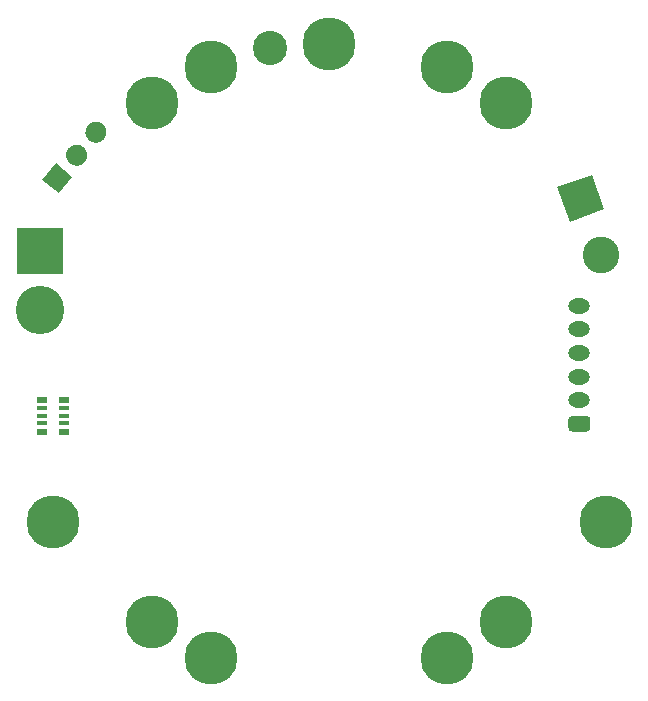
<source format=gbr>
%TF.GenerationSoftware,KiCad,Pcbnew,(5.1.6)-1*%
%TF.CreationDate,2020-12-16T03:52:29+01:00*%
%TF.ProjectId,bms,626d732e-6b69-4636-9164-5f7063625858,rev?*%
%TF.SameCoordinates,Original*%
%TF.FileFunction,Soldermask,Bot*%
%TF.FilePolarity,Negative*%
%FSLAX46Y46*%
G04 Gerber Fmt 4.6, Leading zero omitted, Abs format (unit mm)*
G04 Created by KiCad (PCBNEW (5.1.6)-1) date 2020-12-16 03:52:29*
%MOMM*%
%LPD*%
G01*
G04 APERTURE LIST*
%ADD10C,4.100000*%
%ADD11R,3.900000X3.900000*%
%ADD12C,4.500000*%
%ADD13O,1.850000X1.300000*%
%ADD14C,0.100000*%
%ADD15C,3.100000*%
%ADD16R,0.900000X0.420000*%
%ADD17R,0.900000X0.580000*%
%ADD18C,2.900000*%
%ADD19C,0.800000*%
G04 APERTURE END LIST*
D10*
%TO.C,J4*%
X85500000Y-85600000D03*
D11*
X85500000Y-80600000D03*
%TD*%
D12*
%TO.C,VBAT1+*%
X100000000Y-65000000D03*
%TD*%
%TO.C,VBAT2+*%
X95000000Y-68000000D03*
%TD*%
%TO.C,VBAT3+*%
X120000000Y-65000000D03*
%TD*%
%TO.C,VBAT4+*%
X125000000Y-68000000D03*
%TD*%
%TO.C,VBAT1-*%
X100000000Y-115000000D03*
%TD*%
%TO.C,VBAT2-*%
X95000000Y-112000000D03*
%TD*%
%TO.C,VBAT3-*%
X120000000Y-115000000D03*
%TD*%
%TO.C,VBAT4-*%
X125000000Y-112000000D03*
%TD*%
%TO.C,J2*%
G36*
G01*
X131854168Y-95850000D02*
X130545832Y-95850000D01*
G75*
G02*
X130275000Y-95579168I0J270832D01*
G01*
X130275000Y-94820832D01*
G75*
G02*
X130545832Y-94550000I270832J0D01*
G01*
X131854168Y-94550000D01*
G75*
G02*
X132125000Y-94820832I0J-270832D01*
G01*
X132125000Y-95579168D01*
G75*
G02*
X131854168Y-95850000I-270832J0D01*
G01*
G37*
D13*
X131200000Y-93200000D03*
X131200000Y-91200000D03*
X131200000Y-89200000D03*
X131200000Y-87200000D03*
X131200000Y-85200000D03*
%TD*%
D14*
%TO.C,J5*%
G36*
X129313345Y-75173608D02*
G01*
X132226392Y-74113345D01*
X133286655Y-77026392D01*
X130373608Y-78086655D01*
X129313345Y-75173608D01*
G37*
D15*
X133037462Y-80873639D03*
%TD*%
D16*
%TO.C,RN1*%
X85725000Y-94511000D03*
D17*
X85725000Y-95871000D03*
D16*
X85725000Y-93871000D03*
D17*
X85725000Y-93151000D03*
D16*
X85725000Y-95151000D03*
X87525000Y-94511000D03*
X87525000Y-95151000D03*
D17*
X87525000Y-95871000D03*
D16*
X87525000Y-93871000D03*
D17*
X87525000Y-93151000D03*
%TD*%
D18*
%TO.C,TP1*%
X105000000Y-63400000D03*
%TD*%
D14*
%TO.C,BALANCE*%
G36*
X88267949Y-74289069D02*
G01*
X87110931Y-75667949D01*
X85732051Y-74510931D01*
X86889069Y-73132051D01*
X88267949Y-74289069D01*
G37*
G36*
G01*
X89322121Y-73032756D02*
X89322121Y-73032756D01*
G75*
G02*
X88054172Y-73143687I-689440J578509D01*
G01*
X88054172Y-73143687D01*
G75*
G02*
X87943241Y-71875738I578509J689440D01*
G01*
X87943241Y-71875738D01*
G75*
G02*
X89211190Y-71764807I689440J-578509D01*
G01*
X89211190Y-71764807D01*
G75*
G02*
X89322121Y-73032756I-578509J-689440D01*
G01*
G37*
G36*
G01*
X90954801Y-71087003D02*
X90954801Y-71087003D01*
G75*
G02*
X89686852Y-71197934I-689440J578509D01*
G01*
X89686852Y-71197934D01*
G75*
G02*
X89575921Y-69929985I578509J689440D01*
G01*
X89575921Y-69929985D01*
G75*
G02*
X90843870Y-69819054I689440J-578509D01*
G01*
X90843870Y-69819054D01*
G75*
G02*
X90954801Y-71087003I-578509J-689440D01*
G01*
G37*
%TD*%
D19*
%TO.C,H9*%
X111166726Y-61833274D03*
X110000000Y-61350000D03*
X108833274Y-61833274D03*
X108350000Y-63000000D03*
X108833274Y-64166726D03*
X110000000Y-64650000D03*
X111166726Y-64166726D03*
X111650000Y-63000000D03*
D12*
X110000000Y-63000000D03*
%TD*%
%TO.C,He*%
X133450000Y-103500000D03*
D19*
X135100000Y-103500000D03*
X134616726Y-104666726D03*
X133450000Y-105150000D03*
X132283274Y-104666726D03*
X131800000Y-103500000D03*
X132283274Y-102333274D03*
X133450000Y-101850000D03*
X134616726Y-102333274D03*
%TD*%
D12*
%TO.C,H11*%
X86650000Y-103500000D03*
D19*
X88300000Y-103500000D03*
X87816726Y-104666726D03*
X86650000Y-105150000D03*
X85483274Y-104666726D03*
X85000000Y-103500000D03*
X85483274Y-102333274D03*
X86650000Y-101850000D03*
X87816726Y-102333274D03*
%TD*%
M02*

</source>
